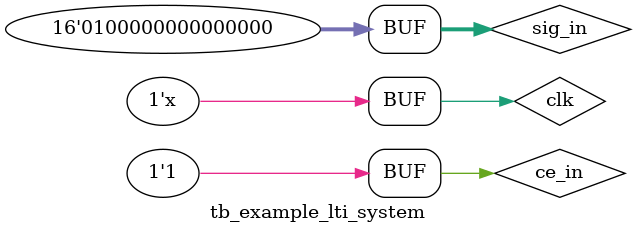
<source format=v>
`timescale 1ns / 1ps

module tb_example_lti_system;

    reg clk, ce_in;
    reg [15:0] sig_in;
    wire ce_out;
    wire [19:0] sig_out;

    example_lti_system dut (
        .clk        (clk),
        .ce_in      (ce_in),
        .sig_in_1   (sig_in),
        .ce_out     (ce_out),
        .sig_out_1  (sig_out)
    );

    initial begin
        clk = 0;
        ce_in = 0;
        sig_in = 16'b0;
        #100 sig_in = 16'h4000;
    end

    always begin
        #2 ce_in = 0;
        #8 ce_in = 1;
    end

    always begin
        #1 clk = !clk;
    end

endmodule

</source>
